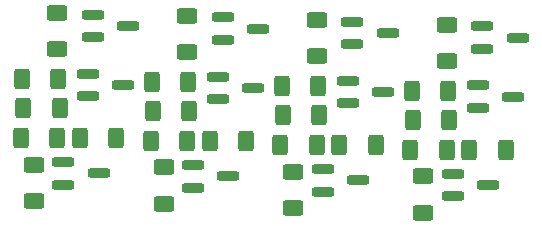
<source format=gbr>
%TF.GenerationSoftware,KiCad,Pcbnew,8.0.6*%
%TF.CreationDate,2024-11-07T23:38:59+00:00*%
%TF.ProjectId,pin_interface_circuit,70696e5f-696e-4746-9572-666163655f63,rev?*%
%TF.SameCoordinates,Original*%
%TF.FileFunction,Paste,Top*%
%TF.FilePolarity,Positive*%
%FSLAX46Y46*%
G04 Gerber Fmt 4.6, Leading zero omitted, Abs format (unit mm)*
G04 Created by KiCad (PCBNEW 8.0.6) date 2024-11-07 23:38:59*
%MOMM*%
%LPD*%
G01*
G04 APERTURE LIST*
G04 Aperture macros list*
%AMRoundRect*
0 Rectangle with rounded corners*
0 $1 Rounding radius*
0 $2 $3 $4 $5 $6 $7 $8 $9 X,Y pos of 4 corners*
0 Add a 4 corners polygon primitive as box body*
4,1,4,$2,$3,$4,$5,$6,$7,$8,$9,$2,$3,0*
0 Add four circle primitives for the rounded corners*
1,1,$1+$1,$2,$3*
1,1,$1+$1,$4,$5*
1,1,$1+$1,$6,$7*
1,1,$1+$1,$8,$9*
0 Add four rect primitives between the rounded corners*
20,1,$1+$1,$2,$3,$4,$5,0*
20,1,$1+$1,$4,$5,$6,$7,0*
20,1,$1+$1,$6,$7,$8,$9,0*
20,1,$1+$1,$8,$9,$2,$3,0*%
G04 Aperture macros list end*
%ADD10RoundRect,0.200000X-0.750000X-0.200000X0.750000X-0.200000X0.750000X0.200000X-0.750000X0.200000X0*%
%ADD11RoundRect,0.250000X-0.625000X0.400000X-0.625000X-0.400000X0.625000X-0.400000X0.625000X0.400000X0*%
%ADD12RoundRect,0.250000X-0.400000X-0.625000X0.400000X-0.625000X0.400000X0.625000X-0.400000X0.625000X0*%
%ADD13RoundRect,0.250000X0.400000X0.625000X-0.400000X0.625000X-0.400000X-0.625000X0.400000X-0.625000X0*%
G04 APERTURE END LIST*
D10*
%TO.C,Q12*%
X146550000Y-90500000D03*
X146550000Y-92400000D03*
X149550000Y-91450000D03*
%TD*%
D11*
%TO.C,R10*%
X122050000Y-89950000D03*
X122050000Y-93050000D03*
%TD*%
D10*
%TO.C,Q11*%
X148650000Y-83000000D03*
X148650000Y-84900000D03*
X151650000Y-83950000D03*
%TD*%
%TO.C,Q1*%
X116050000Y-77000000D03*
X116050000Y-78900000D03*
X119050000Y-77950000D03*
%TD*%
D12*
%TO.C,R11*%
X121050000Y-82700000D03*
X124150000Y-82700000D03*
%TD*%
D11*
%TO.C,R7*%
X124050000Y-77100000D03*
X124050000Y-80200000D03*
%TD*%
D12*
%TO.C,R14*%
X136950000Y-88050000D03*
X140050000Y-88050000D03*
%TD*%
D10*
%TO.C,Q2*%
X115650000Y-82000000D03*
X115650000Y-83900000D03*
X118650000Y-82950000D03*
%TD*%
D12*
%TO.C,R6*%
X109950000Y-87450000D03*
X113050000Y-87450000D03*
%TD*%
D10*
%TO.C,Q9*%
X135550000Y-90100000D03*
X135550000Y-92000000D03*
X138550000Y-91050000D03*
%TD*%
D12*
%TO.C,R18*%
X131950000Y-88050000D03*
X135050000Y-88050000D03*
%TD*%
D13*
%TO.C,R3*%
X113250000Y-84950000D03*
X110150000Y-84950000D03*
%TD*%
D10*
%TO.C,Q10*%
X149050000Y-78000000D03*
X149050000Y-79900000D03*
X152050000Y-78950000D03*
%TD*%
D12*
%TO.C,R23*%
X143050000Y-83450000D03*
X146150000Y-83450000D03*
%TD*%
D11*
%TO.C,R16*%
X133050000Y-90300000D03*
X133050000Y-93400000D03*
%TD*%
D12*
%TO.C,R12*%
X120950000Y-87700000D03*
X124050000Y-87700000D03*
%TD*%
D13*
%TO.C,R21*%
X146250000Y-85950000D03*
X143150000Y-85950000D03*
%TD*%
D10*
%TO.C,Q5*%
X126650000Y-82250000D03*
X126650000Y-84150000D03*
X129650000Y-83200000D03*
%TD*%
D12*
%TO.C,R5*%
X110050000Y-82450000D03*
X113150000Y-82450000D03*
%TD*%
%TO.C,R17*%
X132050000Y-83050000D03*
X135150000Y-83050000D03*
%TD*%
D11*
%TO.C,R13*%
X135050000Y-77450000D03*
X135050000Y-80550000D03*
%TD*%
D12*
%TO.C,R20*%
X147950000Y-88450000D03*
X151050000Y-88450000D03*
%TD*%
%TO.C,R8*%
X125950000Y-87700000D03*
X129050000Y-87700000D03*
%TD*%
D11*
%TO.C,R4*%
X111050000Y-89700000D03*
X111050000Y-92800000D03*
%TD*%
D13*
%TO.C,R9*%
X124250000Y-85200000D03*
X121150000Y-85200000D03*
%TD*%
D11*
%TO.C,R1*%
X113050000Y-76850000D03*
X113050000Y-79950000D03*
%TD*%
D12*
%TO.C,R2*%
X114950000Y-87450000D03*
X118050000Y-87450000D03*
%TD*%
D10*
%TO.C,Q4*%
X127050000Y-77250000D03*
X127050000Y-79150000D03*
X130050000Y-78200000D03*
%TD*%
%TO.C,Q3*%
X113550000Y-89500000D03*
X113550000Y-91400000D03*
X116550000Y-90450000D03*
%TD*%
%TO.C,Q7*%
X138050000Y-77600000D03*
X138050000Y-79500000D03*
X141050000Y-78550000D03*
%TD*%
%TO.C,Q6*%
X124550000Y-89750000D03*
X124550000Y-91650000D03*
X127550000Y-90700000D03*
%TD*%
D11*
%TO.C,R22*%
X144050000Y-90700000D03*
X144050000Y-93800000D03*
%TD*%
D10*
%TO.C,Q8*%
X137650000Y-82600000D03*
X137650000Y-84500000D03*
X140650000Y-83550000D03*
%TD*%
D13*
%TO.C,R15*%
X135250000Y-85550000D03*
X132150000Y-85550000D03*
%TD*%
D12*
%TO.C,R24*%
X142950000Y-88450000D03*
X146050000Y-88450000D03*
%TD*%
D11*
%TO.C,R19*%
X146050000Y-77850000D03*
X146050000Y-80950000D03*
%TD*%
M02*

</source>
